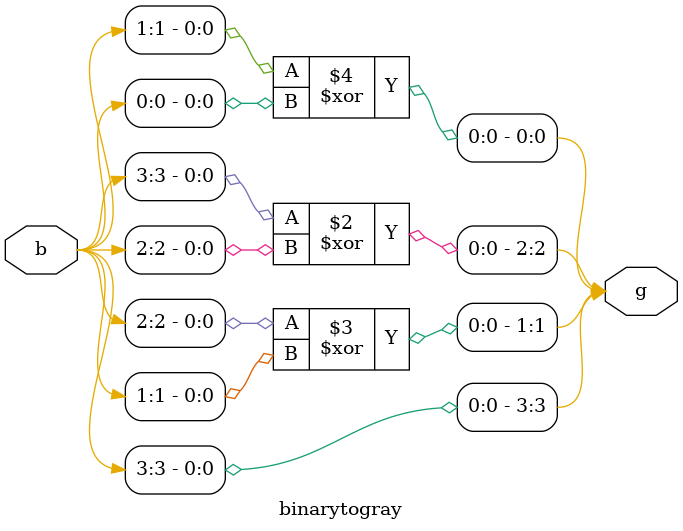
<source format=v>
`timescale 1ns / 1ps
module binarytogray( 
        input [3:0]b,
        output reg [3:0]g );
        always@(*)
            begin
             g[3]=b[3];
              g[2]=b[3]^b[2];
              g[1]=b[2]^b[1];
              g[0]=b[1]^b[0];
end
endmodule

</source>
